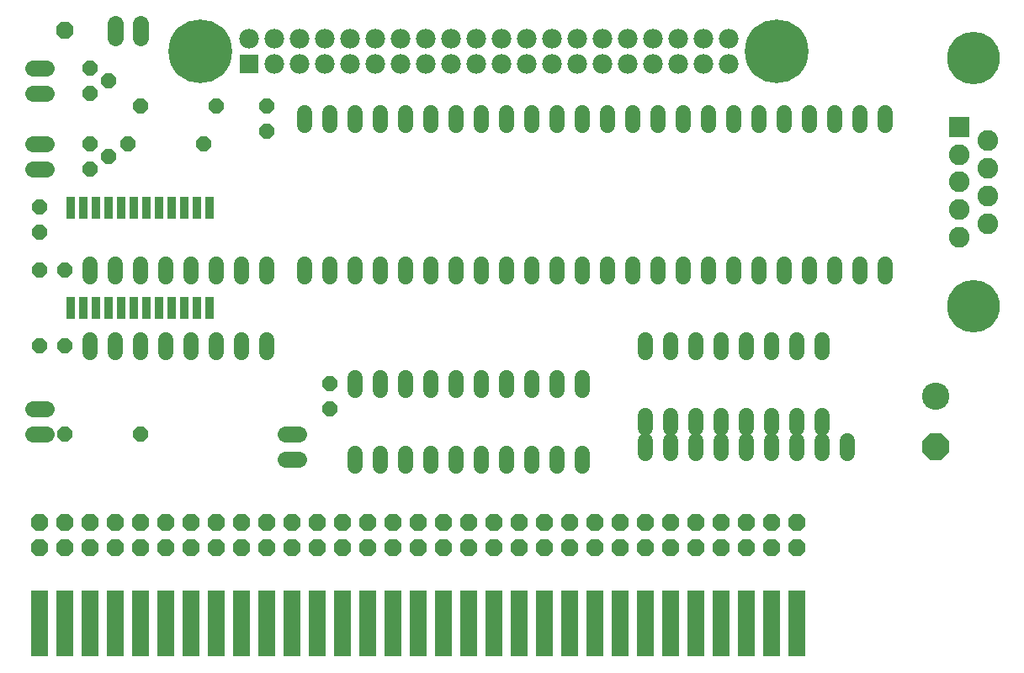
<source format=gts>
G75*
%MOIN*%
%OFA0B0*%
%FSLAX24Y24*%
%IPPOS*%
%LPD*%
%AMOC8*
5,1,8,0,0,1.08239X$1,22.5*
%
%ADD10R,0.0680X0.2630*%
%ADD11OC8,0.0680*%
%ADD12R,0.0820X0.0820*%
%ADD13C,0.0820*%
%ADD14C,0.2080*%
%ADD15OC8,0.0600*%
%ADD16C,0.0600*%
%ADD17R,0.0780X0.0780*%
%ADD18C,0.0780*%
%ADD19C,0.2521*%
%ADD20R,0.0340X0.0880*%
%ADD21C,0.0640*%
%ADD22C,0.1080*%
%ADD23OC8,0.1080*%
D10*
X001680Y001900D03*
X002680Y001900D03*
X003680Y001900D03*
X004680Y001900D03*
X005680Y001900D03*
X006680Y001900D03*
X007680Y001900D03*
X008680Y001900D03*
X009680Y001900D03*
X010680Y001900D03*
X011680Y001900D03*
X012680Y001900D03*
X013680Y001900D03*
X014680Y001900D03*
X015680Y001900D03*
X016680Y001900D03*
X017680Y001900D03*
X018680Y001900D03*
X019680Y001900D03*
X020680Y001900D03*
X021680Y001900D03*
X022680Y001900D03*
X023680Y001900D03*
X024680Y001900D03*
X025680Y001900D03*
X026680Y001900D03*
X027680Y001900D03*
X028680Y001900D03*
X029680Y001900D03*
X030680Y001900D03*
X031680Y001900D03*
D11*
X031680Y004900D03*
X030680Y004900D03*
X029680Y004900D03*
X028680Y004900D03*
X027680Y004900D03*
X026680Y004900D03*
X025680Y004900D03*
X024680Y004900D03*
X023680Y004900D03*
X022680Y004900D03*
X021680Y004900D03*
X020680Y004900D03*
X019680Y004900D03*
X018680Y004900D03*
X017680Y004900D03*
X016680Y004900D03*
X015680Y004900D03*
X014680Y004900D03*
X013680Y004900D03*
X012680Y004900D03*
X011680Y004900D03*
X010680Y004900D03*
X009680Y004900D03*
X008680Y004900D03*
X007680Y004900D03*
X006680Y004900D03*
X005680Y004900D03*
X004680Y004900D03*
X003680Y004900D03*
X002680Y004900D03*
X001680Y004900D03*
X001680Y005900D03*
X002680Y005900D03*
X003680Y005900D03*
X004680Y005900D03*
X005680Y005900D03*
X006680Y005900D03*
X007680Y005900D03*
X008680Y005900D03*
X009680Y005900D03*
X010680Y005900D03*
X011680Y005900D03*
X012680Y005900D03*
X013680Y005900D03*
X014680Y005900D03*
X015680Y005900D03*
X016680Y005900D03*
X017680Y005900D03*
X018680Y005900D03*
X019680Y005900D03*
X020680Y005900D03*
X021680Y005900D03*
X022680Y005900D03*
X023680Y005900D03*
X024680Y005900D03*
X025680Y005900D03*
X026680Y005900D03*
X027680Y005900D03*
X028680Y005900D03*
X029680Y005900D03*
X030680Y005900D03*
X031680Y005900D03*
X002680Y025400D03*
D12*
X038121Y021581D03*
D13*
X039239Y021034D03*
X038121Y020491D03*
X039239Y019943D03*
X038121Y019400D03*
X039239Y018857D03*
X038121Y018309D03*
X039239Y017766D03*
X038121Y017219D03*
D14*
X038680Y014479D03*
X038680Y024321D03*
D15*
X013180Y011400D03*
X013180Y010400D03*
X005680Y009400D03*
X002680Y009400D03*
X002680Y012900D03*
X001680Y012900D03*
X001680Y015900D03*
X002680Y015900D03*
X001680Y017400D03*
X001680Y018400D03*
X003680Y019900D03*
X004430Y020400D03*
X003680Y020900D03*
X005180Y020900D03*
X005680Y022400D03*
X004430Y023400D03*
X003680Y023900D03*
X003680Y022900D03*
X008180Y020900D03*
X010680Y021400D03*
X010680Y022400D03*
X008680Y022400D03*
D16*
X012180Y022160D02*
X012180Y021640D01*
X013180Y021640D02*
X013180Y022160D01*
X014180Y022160D02*
X014180Y021640D01*
X015180Y021640D02*
X015180Y022160D01*
X016180Y022160D02*
X016180Y021640D01*
X017180Y021640D02*
X017180Y022160D01*
X018180Y022160D02*
X018180Y021640D01*
X019180Y021640D02*
X019180Y022160D01*
X020180Y022160D02*
X020180Y021640D01*
X021180Y021640D02*
X021180Y022160D01*
X022180Y022160D02*
X022180Y021640D01*
X023180Y021640D02*
X023180Y022160D01*
X024180Y022160D02*
X024180Y021640D01*
X025180Y021640D02*
X025180Y022160D01*
X026180Y022160D02*
X026180Y021640D01*
X027180Y021640D02*
X027180Y022160D01*
X028180Y022160D02*
X028180Y021640D01*
X029180Y021640D02*
X029180Y022160D01*
X030180Y022160D02*
X030180Y021640D01*
X031180Y021640D02*
X031180Y022160D01*
X032180Y022160D02*
X032180Y021640D01*
X033180Y021640D02*
X033180Y022160D01*
X034180Y022160D02*
X034180Y021640D01*
X035180Y021640D02*
X035180Y022160D01*
X035180Y016160D02*
X035180Y015640D01*
X034180Y015640D02*
X034180Y016160D01*
X033180Y016160D02*
X033180Y015640D01*
X032180Y015640D02*
X032180Y016160D01*
X031180Y016160D02*
X031180Y015640D01*
X030180Y015640D02*
X030180Y016160D01*
X029180Y016160D02*
X029180Y015640D01*
X028180Y015640D02*
X028180Y016160D01*
X027180Y016160D02*
X027180Y015640D01*
X026180Y015640D02*
X026180Y016160D01*
X025180Y016160D02*
X025180Y015640D01*
X024180Y015640D02*
X024180Y016160D01*
X023180Y016160D02*
X023180Y015640D01*
X022180Y015640D02*
X022180Y016160D01*
X021180Y016160D02*
X021180Y015640D01*
X020180Y015640D02*
X020180Y016160D01*
X019180Y016160D02*
X019180Y015640D01*
X018180Y015640D02*
X018180Y016160D01*
X017180Y016160D02*
X017180Y015640D01*
X016180Y015640D02*
X016180Y016160D01*
X015180Y016160D02*
X015180Y015640D01*
X014180Y015640D02*
X014180Y016160D01*
X013180Y016160D02*
X013180Y015640D01*
X012180Y015640D02*
X012180Y016160D01*
X010680Y016160D02*
X010680Y015640D01*
X009680Y015640D02*
X009680Y016160D01*
X008680Y016160D02*
X008680Y015640D01*
X007680Y015640D02*
X007680Y016160D01*
X006680Y016160D02*
X006680Y015640D01*
X005680Y015640D02*
X005680Y016160D01*
X004680Y016160D02*
X004680Y015640D01*
X003680Y015640D02*
X003680Y016160D01*
X003680Y013160D02*
X003680Y012640D01*
X004680Y012640D02*
X004680Y013160D01*
X005680Y013160D02*
X005680Y012640D01*
X006680Y012640D02*
X006680Y013160D01*
X007680Y013160D02*
X007680Y012640D01*
X008680Y012640D02*
X008680Y013160D01*
X009680Y013160D02*
X009680Y012640D01*
X010680Y012640D02*
X010680Y013160D01*
X014180Y011660D02*
X014180Y011140D01*
X015180Y011140D02*
X015180Y011660D01*
X016180Y011660D02*
X016180Y011140D01*
X017180Y011140D02*
X017180Y011660D01*
X018180Y011660D02*
X018180Y011140D01*
X019180Y011140D02*
X019180Y011660D01*
X020180Y011660D02*
X020180Y011140D01*
X021180Y011140D02*
X021180Y011660D01*
X022180Y011660D02*
X022180Y011140D01*
X023180Y011140D02*
X023180Y011660D01*
X025680Y012640D02*
X025680Y013160D01*
X026680Y013160D02*
X026680Y012640D01*
X027680Y012640D02*
X027680Y013160D01*
X028680Y013160D02*
X028680Y012640D01*
X029680Y012640D02*
X029680Y013160D01*
X030680Y013160D02*
X030680Y012640D01*
X031680Y012640D02*
X031680Y013160D01*
X032680Y013160D02*
X032680Y012640D01*
X032680Y010160D02*
X032680Y009640D01*
X032680Y009160D02*
X032680Y008640D01*
X031680Y008640D02*
X031680Y009160D01*
X031680Y009640D02*
X031680Y010160D01*
X030680Y010160D02*
X030680Y009640D01*
X030680Y009160D02*
X030680Y008640D01*
X029680Y008640D02*
X029680Y009160D01*
X029680Y009640D02*
X029680Y010160D01*
X028680Y010160D02*
X028680Y009640D01*
X028680Y009160D02*
X028680Y008640D01*
X027680Y008640D02*
X027680Y009160D01*
X027680Y009640D02*
X027680Y010160D01*
X026680Y010160D02*
X026680Y009640D01*
X026680Y009160D02*
X026680Y008640D01*
X025680Y008640D02*
X025680Y009160D01*
X025680Y009640D02*
X025680Y010160D01*
X023180Y008660D02*
X023180Y008140D01*
X022180Y008140D02*
X022180Y008660D01*
X021180Y008660D02*
X021180Y008140D01*
X020180Y008140D02*
X020180Y008660D01*
X019180Y008660D02*
X019180Y008140D01*
X018180Y008140D02*
X018180Y008660D01*
X017180Y008660D02*
X017180Y008140D01*
X016180Y008140D02*
X016180Y008660D01*
X015180Y008660D02*
X015180Y008140D01*
X014180Y008140D02*
X014180Y008660D01*
X033680Y008640D02*
X033680Y009160D01*
D17*
X009975Y024069D03*
D18*
X010975Y024069D03*
X011975Y024069D03*
X012975Y024069D03*
X013975Y024069D03*
X014975Y024069D03*
X015975Y024069D03*
X016975Y024069D03*
X017975Y024069D03*
X018975Y024069D03*
X019975Y024069D03*
X020975Y024069D03*
X021975Y024069D03*
X022975Y024069D03*
X023975Y024069D03*
X024975Y024069D03*
X025975Y024069D03*
X026975Y024069D03*
X027975Y024069D03*
X028975Y024069D03*
X028975Y025069D03*
X027975Y025069D03*
X026975Y025069D03*
X025975Y025069D03*
X024975Y025069D03*
X023975Y025069D03*
X022975Y025069D03*
X021975Y025069D03*
X020975Y025069D03*
X019975Y025069D03*
X018975Y025069D03*
X017975Y025069D03*
X016975Y025069D03*
X015975Y025069D03*
X014975Y025069D03*
X013975Y025069D03*
X012975Y025069D03*
X011975Y025069D03*
X010975Y025069D03*
X009975Y025069D03*
D19*
X008058Y024569D03*
X030893Y024569D03*
D20*
X008430Y018380D03*
X007930Y018380D03*
X007430Y018380D03*
X006930Y018380D03*
X006430Y018380D03*
X005930Y018380D03*
X005430Y018380D03*
X004930Y018380D03*
X004430Y018380D03*
X003930Y018380D03*
X003430Y018380D03*
X002930Y018380D03*
X002930Y014420D03*
X003430Y014420D03*
X003930Y014420D03*
X004430Y014420D03*
X004930Y014420D03*
X005430Y014420D03*
X005930Y014420D03*
X006430Y014420D03*
X006930Y014420D03*
X007430Y014420D03*
X007930Y014420D03*
X008430Y014420D03*
D21*
X001960Y010400D02*
X001400Y010400D01*
X001400Y009400D02*
X001960Y009400D01*
X011400Y009400D02*
X011960Y009400D01*
X011960Y008400D02*
X011400Y008400D01*
X001960Y019900D02*
X001400Y019900D01*
X001400Y020900D02*
X001960Y020900D01*
X001960Y022900D02*
X001400Y022900D01*
X001400Y023900D02*
X001960Y023900D01*
X004680Y025120D02*
X004680Y025680D01*
X005680Y025680D02*
X005680Y025120D01*
D22*
X037180Y010900D03*
D23*
X037180Y008900D03*
M02*

</source>
